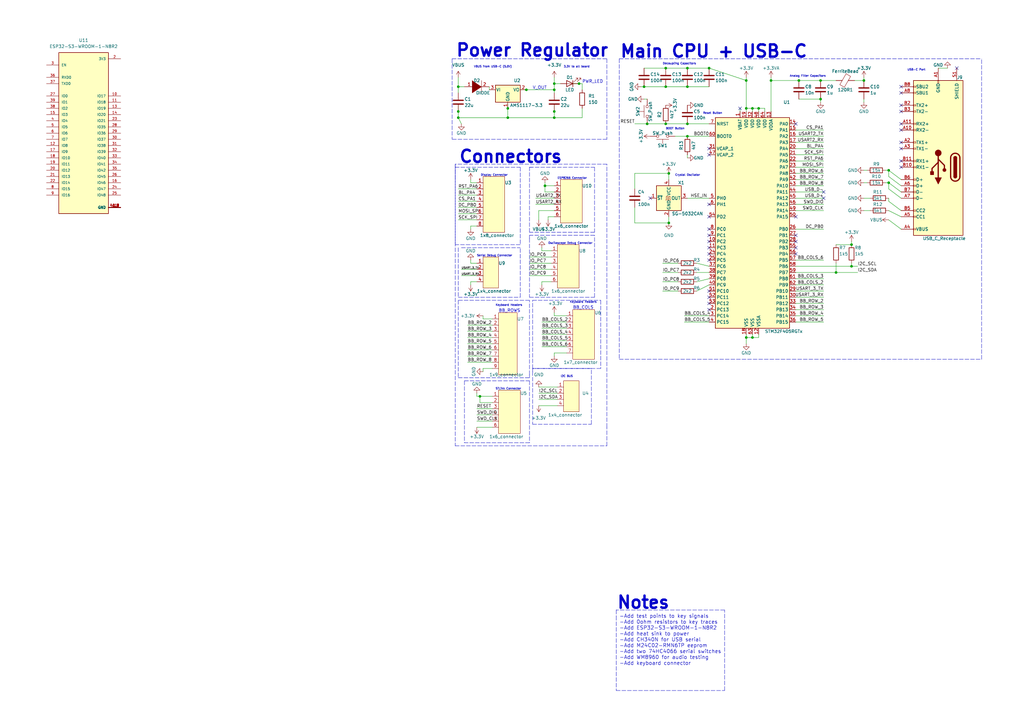
<source format=kicad_sch>
(kicad_sch (version 20211123) (generator eeschema)
  (paper "A3")
  (title_block (title "Finn Berg - EV1") (date "2023-02-08") (company "Cisco Systems"))
  (junction (at 306.07 44.45))
  (junction (at 354.33 33.02))
  (junction (at 215.9 36.83))
  (junction (at 336.55 33.02))
  (junction (at 187.96 45.72))
  (junction (at 227.33 45.72))
  (junction (at 227.33 34.29))
  (junction (at 316.23 33.02))
  (junction (at 342.9 111.76))
  (junction (at 308.61 44.45))
  (junction (at 187.96 35.56))
  (junction (at 364.49 69.85))
  (junction (at 281.94 55.88))
  (junction (at 237.49 34.29))
  (junction (at 349.25 100.33))
  (junction (at 273.05 50.8))
  (junction (at 349.25 109.22))
  (junction (at 281.94 35.56))
  (junction (at 290.83 27.94))
  (junction (at 308.61 138.43))
  (junction (at 281.94 50.8))
  (junction (at 274.32 71.12))
  (junction (at 273.05 35.56))
  (junction (at 364.49 74.93))
  (junction (at 306.07 138.43))
  (junction (at 265.43 50.8))
  (junction (at 196.85 162.56))
  (junction (at 227.33 48.26))
  (junction (at 311.15 44.45))
  (junction (at 227.33 36.83))
  (junction (at 187.96 48.26))
  (junction (at 223.52 76.2))
  (junction (at 208.28 44.45))
  (junction (at 274.32 91.44))
  (junction (at 273.05 27.94))
  (junction (at 208.28 48.26))
  (junction (at 281.94 27.94))
  (junction (at 264.16 35.56))
  (junction (at 306.07 33.02))
  (junction (at 327.66 33.02))
  (junction (at 336.55 40.64))
  (no_connect (at 290.83 101.6))
  (no_connect (at 369.57 68.58))
  (no_connect (at 326.39 50.8))
  (no_connect (at 369.57 45.72))
  (no_connect (at 303.53 44.45))
  (no_connect (at 290.83 88.9))
  (no_connect (at 369.57 66.04))
  (no_connect (at 290.83 60.96))
  (no_connect (at 392.43 27.94))
  (no_connect (at 290.83 83.82))
  (no_connect (at 290.83 93.98))
  (no_connect (at 290.83 124.46))
  (no_connect (at 369.57 53.34))
  (no_connect (at 290.83 106.68))
  (no_connect (at 290.83 99.06))
  (no_connect (at 290.83 121.92))
  (no_connect (at 337.82 78.74))
  (no_connect (at 369.57 43.18))
  (no_connect (at 290.83 127))
  (no_connect (at 326.39 96.52))
  (no_connect (at 290.83 63.5))
  (no_connect (at 369.57 50.8))
  (no_connect (at 326.39 104.14))
  (no_connect (at 290.83 96.52))
  (no_connect (at 369.57 58.42))
  (no_connect (at 266.7 81.28))
  (no_connect (at 290.83 104.14))
  (no_connect (at 337.82 81.28))
  (no_connect (at 369.57 35.56))
  (no_connect (at 326.39 88.9))
  (no_connect (at 369.57 60.96))
  (no_connect (at 326.39 99.06))
  (no_connect (at 290.83 119.38))
  (no_connect (at 326.39 101.6))
  (no_connect (at 369.57 38.1))
  (polyline (pts (xy 243.84 121.92) (xy 243.84 96.52)))
  (wire (pts (xy 271.78 111.76) (xy 278.13 111.76)))
  (wire (pts (xy 191.77 148.59) (xy 201.93 148.59)))
  (wire (pts (xy 191.77 138.43) (xy 201.93 138.43)))
  (polyline (pts (xy 242.57 173.99) (xy 242.57 151.13)))
  (wire (pts (xy 285.75 107.95) (xy 290.83 109.22)))
  (wire (pts (xy 316.23 31.75) (xy 316.23 33.02)))
  (wire (pts (xy 187.96 35.56) (xy 190.5 35.56)))
  (wire (pts (xy 227.33 34.29) (xy 227.33 36.83)))
  (polyline (pts (xy 190.5 156.21) (xy 217.17 156.21)))
  (wire (pts (xy 326.39 76.2) (xy 337.82 76.2)))
  (wire (pts (xy 196.85 165.1) (xy 196.85 162.56)))
  (wire (pts (xy 220.98 163.83) (xy 228.6 163.83)))
  (polyline (pts (xy 217.17 97.79) (xy 217.17 121.92)))
  (wire (pts (xy 364.49 86.36) (xy 369.57 88.9)))
  (wire (pts (xy 364.49 74.93) (xy 369.57 78.74)))
  (wire (pts (xy 227.33 36.83) (xy 227.33 38.1)))
  (wire (pts (xy 364.49 69.85) (xy 369.57 73.66)))
  (wire (pts (xy 285.75 119.38) (xy 290.83 116.84)))
  (wire (pts (xy 326.39 58.42) (xy 337.82 58.42)))
  (wire (pts (xy 195.58 172.72) (xy 201.93 172.72)))
  (polyline (pts (xy 213.36 68.58) (xy 213.36 100.33)))
  (wire (pts (xy 326.39 60.96) (xy 337.82 60.96)))
  (wire (pts (xy 195.58 167.64) (xy 201.93 167.64)))
  (wire (pts (xy 264.16 35.56) (xy 273.05 35.56)))
  (wire (pts (xy 191.77 135.89) (xy 201.93 135.89)))
  (wire (pts (xy 326.39 63.5) (xy 337.82 63.5)))
  (wire (pts (xy 326.39 55.88) (xy 337.82 55.88)))
  (wire (pts (xy 308.61 44.45) (xy 311.15 44.45)))
  (polyline (pts (xy 297.18 283.21) (xy 297.18 250.19)))
  (wire (pts (xy 388.62 27.94) (xy 384.81 27.94)))
  (wire (pts (xy 222.25 137.16) (xy 232.41 137.16)))
  (wire (pts (xy 196.85 162.56) (xy 195.58 162.56)))
  (wire (pts (xy 356.87 86.36) (xy 354.33 86.36)))
  (polyline (pts (xy 252.73 252.73) (xy 252.73 283.21)))
  (wire (pts (xy 222.25 101.6) (xy 222.25 102.87)))
  (wire (pts (xy 326.39 127) (xy 337.82 127)))
  (wire (pts (xy 306.07 44.45) (xy 306.07 45.72)))
  (wire (pts (xy 264.16 40.64) (xy 265.43 40.64)))
  (wire (pts (xy 326.39 71.12) (xy 337.82 71.12)))
  (wire (pts (xy 308.61 138.43) (xy 311.15 138.43)))
  (wire (pts (xy 306.07 33.02) (xy 306.07 44.45)))
  (wire (pts (xy 195.58 107.95) (xy 193.04 107.95)))
  (polyline (pts (xy 217.17 95.25) (xy 217.17 68.58)))
  (polyline (pts (xy 248.92 182.88) (xy 248.92 175.26)))
  (wire (pts (xy 226.06 115.57) (xy 222.25 115.57)))
  (wire (pts (xy 191.77 140.97) (xy 201.93 140.97)))
  (wire (pts (xy 281.94 81.28) (xy 290.83 81.28)))
  (wire (pts (xy 193.04 92.71) (xy 193.04 93.98)))
  (wire (pts (xy 354.33 40.64) (xy 354.33 41.91)))
  (wire (pts (xy 227.33 43.18) (xy 227.33 45.72)))
  (wire (pts (xy 274.32 71.12) (xy 274.32 73.66)))
  (wire (pts (xy 220.98 158.75) (xy 228.6 158.75)))
  (wire (pts (xy 222.25 115.57) (xy 222.25 116.84)))
  (wire (pts (xy 281.94 55.88) (xy 290.83 55.88)))
  (wire (pts (xy 232.41 129.54) (xy 227.33 129.54)))
  (wire (pts (xy 342.9 100.33) (xy 349.25 100.33)))
  (wire (pts (xy 260.35 50.8) (xy 265.43 50.8)))
  (polyline (pts (xy 187.96 123.19) (xy 187.96 154.94)))
  (wire (pts (xy 226.06 102.87) (xy 222.25 102.87)))
  (wire (pts (xy 326.39 86.36) (xy 337.82 86.36)))
  (wire (pts (xy 260.35 71.12) (xy 274.32 71.12)))
  (wire (pts (xy 234.95 34.29) (xy 237.49 34.29)))
  (wire (pts (xy 364.49 90.17) (xy 369.57 93.98)))
  (wire (pts (xy 260.35 85.09) (xy 260.35 91.44)))
  (wire (pts (xy 326.39 53.34) (xy 337.82 53.34)))
  (wire (pts (xy 198.12 129.54) (xy 198.12 130.81)))
  (polyline (pts (xy 218.44 151.13) (xy 218.44 152.4)))
  (wire (pts (xy 223.52 76.2) (xy 223.52 74.93)))
  (wire (pts (xy 217.17 107.95) (xy 226.06 107.95)))
  (wire (pts (xy 187.96 77.47) (xy 195.58 77.47)))
  (wire (pts (xy 326.39 66.04) (xy 337.82 66.04)))
  (wire (pts (xy 326.39 93.98) (xy 337.82 93.98)))
  (wire (pts (xy 327.66 40.64) (xy 336.55 40.64)))
  (polyline (pts (xy 254 24.13) (xy 402.59 24.13)))
  (polyline (pts (xy 254 147.32) (xy 402.59 147.32)))
  (wire (pts (xy 222.25 132.08) (xy 232.41 132.08)))
  (wire (pts (xy 306.07 138.43) (xy 306.07 140.97)))
  (wire (pts (xy 306.07 44.45) (xy 308.61 44.45)))
  (polyline (pts (xy 243.84 96.52) (xy 217.17 96.52)))
  (polyline (pts (xy 243.84 68.58) (xy 243.84 95.25)))
  (wire (pts (xy 326.39 111.76) (xy 342.9 111.76)))
  (polyline (pts (xy 213.36 121.92) (xy 213.36 101.6)))
  (polyline (pts (xy 246.38 151.13) (xy 218.44 151.13)))
  (wire (pts (xy 350.52 33.02) (xy 354.33 33.02)))
  (polyline (pts (xy 217.17 123.19) (xy 187.96 123.19)))
  (wire (pts (xy 201.93 165.1) (xy 196.85 165.1)))
  (wire (pts (xy 222.25 134.62) (xy 232.41 134.62)))
  (polyline (pts (xy 217.17 153.67) (xy 217.17 123.19)))
  (wire (pts (xy 187.96 35.56) (xy 187.96 38.1)))
  (wire (pts (xy 326.39 109.22) (xy 349.25 109.22)))
  (wire (pts (xy 326.39 114.3) (xy 337.82 114.3)))
  (wire (pts (xy 219.71 83.82) (xy 227.33 83.82)))
  (wire (pts (xy 369.57 81.28) (xy 364.49 77.47)))
  (wire (pts (xy 273.05 50.8) (xy 281.94 50.8)))
  (polyline (pts (xy 217.17 121.92) (xy 243.84 121.92)))
  (wire (pts (xy 285.75 111.76) (xy 290.83 111.76)))
  (wire (pts (xy 217.17 105.41) (xy 226.06 105.41)))
  (wire (pts (xy 189.23 110.49) (xy 195.58 110.49)))
  (polyline (pts (xy 242.57 151.13) (xy 218.44 151.13)))
  (polyline (pts (xy 217.17 153.67) (xy 217.17 154.94)))
  (wire (pts (xy 264.16 27.94) (xy 273.05 27.94)))
  (wire (pts (xy 271.78 107.95) (xy 278.13 107.95)))
  (wire (pts (xy 193.04 107.95) (xy 193.04 106.68)))
  (polyline (pts (xy 186.69 182.88) (xy 248.92 182.88)))
  (wire (pts (xy 264.16 35.56) (xy 262.89 35.56)))
  (wire (pts (xy 363.22 69.85) (xy 364.49 69.85)))
  (wire (pts (xy 227.33 76.2) (xy 223.52 76.2)))
  (wire (pts (xy 227.33 86.36) (xy 220.98 86.36)))
  (polyline (pts (xy 218.44 151.13) (xy 218.44 123.19)))
  (wire (pts (xy 354.33 81.28) (xy 356.87 81.28)))
  (wire (pts (xy 195.58 170.18) (xy 201.93 170.18)))
  (polyline (pts (xy 185.42 24.13) (xy 185.42 57.15)))
  (polyline (pts (xy 190.5 156.21) (xy 190.5 181.61)))
  (wire (pts (xy 326.39 129.54) (xy 337.82 129.54)))
  (wire (pts (xy 187.96 45.72) (xy 187.96 48.26)))
  (wire (pts (xy 260.35 91.44) (xy 274.32 91.44)))
  (wire (pts (xy 195.58 92.71) (xy 193.04 92.71)))
  (wire (pts (xy 224.79 88.9) (xy 224.79 90.17)))
  (wire (pts (xy 227.33 31.75) (xy 227.33 34.29)))
  (wire (pts (xy 326.39 116.84) (xy 337.82 116.84)))
  (wire (pts (xy 280.67 132.08) (xy 290.83 132.08)))
  (wire (pts (xy 238.76 34.29) (xy 238.76 36.83)))
  (polyline (pts (xy 186.69 68.58) (xy 186.69 100.33)))
  (wire (pts (xy 215.9 36.83) (xy 227.33 36.83)))
  (wire (pts (xy 326.39 121.92) (xy 337.82 121.92)))
  (wire (pts (xy 280.67 129.54) (xy 290.83 129.54)))
  (wire (pts (xy 369.57 86.36) (xy 364.49 82.55)))
  (wire (pts (xy 201.93 175.26) (xy 195.58 175.26)))
  (polyline (pts (xy 217.17 96.52) (xy 217.17 97.79)))
  (wire (pts (xy 191.77 146.05) (xy 201.93 146.05)))
  (wire (pts (xy 219.71 81.28) (xy 227.33 81.28)))
  (wire (pts (xy 306.07 138.43) (xy 308.61 138.43)))
  (wire (pts (xy 306.07 31.75) (xy 306.07 33.02)))
  (wire (pts (xy 271.78 115.57) (xy 278.13 115.57)))
  (wire (pts (xy 281.94 27.94) (xy 290.83 27.94)))
  (wire (pts (xy 290.83 27.94) (xy 306.07 33.02)))
  (wire (pts (xy 271.78 119.38) (xy 278.13 119.38)))
  (polyline (pts (xy 217.17 68.58) (xy 218.44 68.58)))
  (wire (pts (xy 274.32 88.9) (xy 274.32 91.44)))
  (wire (pts (xy 326.39 78.74) (xy 337.82 78.74)))
  (wire (pts (xy 326.39 124.46) (xy 337.82 124.46)))
  (wire (pts (xy 281.94 50.8) (xy 290.83 50.8)))
  (polyline (pts (xy 187.96 101.6) (xy 187.96 121.92)))
  (wire (pts (xy 217.17 110.49) (xy 226.06 110.49)))
  (polyline (pts (xy 243.84 95.25) (xy 217.17 95.25)))
  (wire (pts (xy 326.39 68.58) (xy 337.82 68.58)))
  (wire (pts (xy 227.33 88.9) (xy 224.79 88.9)))
  (wire (pts (xy 336.55 40.64) (xy 336.55 41.91)))
  (wire (pts (xy 265.43 50.8) (xy 273.05 50.8)))
  (wire (pts (xy 308.61 44.45) (xy 308.61 45.72)))
  (wire (pts (xy 281.94 64.77) (xy 281.94 63.5)))
  (wire (pts (xy 227.33 144.78) (xy 227.33 146.05)))
  (polyline (pts (xy 217.17 156.21) (xy 217.17 181.61)))
  (wire (pts (xy 316.23 33.02) (xy 316.23 45.72)))
  (wire (pts (xy 191.77 133.35) (xy 201.93 133.35)))
  (polyline (pts (xy 218.44 152.4) (xy 218.44 173.99)))
  (polyline (pts (xy 248.92 175.26) (xy 248.92 72.39)))
  (wire (pts (xy 198.12 151.13) (xy 198.12 152.4)))
  (polyline (pts (xy 217.17 68.58) (xy 243.84 68.58)))
  (wire (pts (xy 187.96 90.17) (xy 195.58 90.17)))
  (polyline (pts (xy 254 24.13) (xy 254 147.32)))
  (wire (pts (xy 213.36 36.83) (xy 215.9 36.83)))
  (polyline (pts (xy 218.44 173.99) (xy 242.57 173.99)))
  (wire (pts (xy 187.96 31.75) (xy 187.96 35.56)))
  (wire (pts (xy 326.39 106.68) (xy 337.82 106.68)))
  (wire (pts (xy 208.28 41.91) (xy 208.28 44.45)))
  (polyline (pts (xy 246.38 123.19) (xy 246.38 151.13)))
  (wire (pts (xy 238.76 44.45) (xy 238.76 48.26)))
  (wire (pts (xy 336.55 33.02) (xy 342.9 33.02)))
  (wire (pts (xy 364.49 77.47) (xy 364.49 74.93)))
  (wire (pts (xy 189.23 113.03) (xy 195.58 113.03)))
  (wire (pts (xy 227.33 128.27) (xy 227.33 129.54)))
  (wire (pts (xy 220.98 86.36) (xy 220.98 90.17)))
  (polyline (pts (xy 402.59 147.32) (xy 402.59 24.13)))
  (polyline (pts (xy 252.73 283.21) (xy 297.18 283.21)))
  (wire (pts (xy 354.33 69.85) (xy 355.6 69.85)))
  (wire (pts (xy 195.58 161.29) (xy 195.58 162.56)))
  (wire (pts (xy 227.33 48.26) (xy 238.76 48.26)))
  (wire (pts (xy 193.04 73.66) (xy 193.04 74.93)))
  (wire (pts (xy 354.33 31.75) (xy 354.33 33.02)))
  (wire (pts (xy 326.39 132.08) (xy 337.82 132.08)))
  (polyline (pts (xy 252.73 250.19) (xy 252.73 252.73)))
  (wire (pts (xy 227.33 34.29) (xy 229.87 34.29)))
  (wire (pts (xy 326.39 119.38) (xy 337.82 119.38)))
  (wire (pts (xy 187.96 85.09) (xy 195.58 85.09)))
  (wire (pts (xy 191.77 143.51) (xy 201.93 143.51)))
  (wire (pts (xy 273.05 35.56) (xy 281.94 35.56)))
  (polyline (pts (xy 213.36 100.33) (xy 186.69 100.33)))
  (wire (pts (xy 311.15 44.45) (xy 311.15 45.72)))
  (wire (pts (xy 308.61 137.16) (xy 308.61 138.43)))
  (wire (pts (xy 273.05 27.94) (xy 281.94 27.94)))
  (polyline (pts (xy 186.69 68.58) (xy 213.36 68.58)))
  (polyline (pts (xy 185.42 24.13) (xy 248.92 24.13)))
  (wire (pts (xy 201.93 130.81) (xy 198.12 130.81)))
  (wire (pts (xy 220.98 166.37) (xy 228.6 166.37)))
  (wire (pts (xy 342.9 111.76) (xy 351.79 111.76)))
  (wire (pts (xy 349.25 109.22) (xy 351.79 109.22)))
  (wire (pts (xy 187.96 43.18) (xy 187.96 45.72)))
  (wire (pts (xy 364.49 82.55) (xy 364.49 81.28)))
  (polyline (pts (xy 252.73 250.19) (xy 252.73 250.19)))
  (wire (pts (xy 237.49 34.29) (xy 238.76 34.29)))
  (wire (pts (xy 227.33 45.72) (xy 227.33 48.26)))
  (wire (pts (xy 354.33 74.93) (xy 355.6 74.93)))
  (wire (pts (xy 195.58 74.93) (xy 193.04 74.93)))
  (polyline (pts (xy 187.96 121.92) (xy 213.36 121.92)))
  (wire (pts (xy 281.94 35.56) (xy 290.83 35.56)))
  (wire (pts (xy 369.57 76.2) (xy 364.49 72.39)))
  (wire (pts (xy 187.96 80.01) (xy 195.58 80.01)))
  (wire (pts (xy 195.58 115.57) (xy 193.04 115.57)))
  (polyline (pts (xy 186.69 67.31) (xy 186.69 182.88)))
  (wire (pts (xy 311.15 44.45) (xy 313.69 44.45)))
  (wire (pts (xy 303.53 45.72) (xy 303.53 44.45)))
  (wire (pts (xy 208.28 48.26) (xy 187.96 48.26)))
  (wire (pts (xy 220.98 161.29) (xy 228.6 161.29)))
  (wire (pts (xy 222.25 142.24) (xy 232.41 142.24)))
  (polyline (pts (xy 248.92 24.13) (xy 248.92 57.15)))
  (wire (pts (xy 193.04 115.57) (xy 193.04 116.84)))
  (polyline (pts (xy 217.17 181.61) (xy 190.5 181.61)))
  (wire (pts (xy 364.49 72.39) (xy 364.49 69.85)))
  (wire (pts (xy 363.22 74.93) (xy 364.49 74.93)))
  (polyline (pts (xy 248.92 67.31) (xy 186.69 67.31)))
  (wire (pts (xy 260.35 77.47) (xy 260.35 71.12)))
  (wire (pts (xy 232.41 144.78) (xy 227.33 144.78)))
  (wire (pts (xy 313.69 44.45) (xy 313.69 45.72)))
  (wire (pts (xy 276.86 55.88) (xy 281.94 55.88)))
  (wire (pts (xy 217.17 113.03) (xy 226.06 113.03)))
  (polyline (pts (xy 187.96 154.94) (xy 217.17 154.94)))
  (wire (pts (xy 342.9 107.95) (xy 342.9 111.76)))
  (polyline (pts (xy 189.23 101.6) (xy 213.36 101.6)))
  (polyline (pts (xy 297.18 250.19) (xy 252.73 250.19)))
  (polyline (pts (xy 248.92 57.15) (xy 185.42 57.15)))
  (wire (pts (xy 311.15 137.16) (xy 311.15 138.43)))
  (wire (pts (xy 222.25 139.7) (xy 232.41 139.7)))
  (wire (pts (xy 326.39 81.28) (xy 337.82 81.28)))
  (wire (pts (xy 326.39 73.66) (xy 337.82 73.66)))
  (polyline (pts (xy 248.92 72.39) (xy 248.92 67.31)))
  (wire (pts (xy 223.52 78.74) (xy 223.52 76.2)))
  (polyline (pts (xy 186.69 67.31) (xy 186.69 73.66)))
  (wire (pts (xy 201.93 151.13) (xy 198.12 151.13)))
  (wire (pts (xy 208.28 44.45) (xy 208.28 48.26)))
  (wire (pts (xy 187.96 87.63) (xy 195.58 87.63)))
  (wire (pts (xy 349.25 107.95) (xy 349.25 109.22)))
  (wire (pts (xy 200.66 35.56) (xy 200.66 36.83)))
  (wire (pts (xy 327.66 33.02) (xy 336.55 33.02)))
  (wire (pts (xy 187.96 82.55) (xy 195.58 82.55)))
  (wire (pts (xy 316.23 33.02) (xy 327.66 33.02)))
  (wire (pts (xy 349.25 99.06) (xy 349.25 100.33)))
  (wire (pts (xy 227.33 78.74) (xy 223.52 78.74)))
  (wire (pts (xy 306.07 137.16) (xy 306.07 138.43)))
  (wire (pts (xy 187.96 48.26) (xy 189.23 50.8)))
  (polyline (pts (xy 218.44 123.19) (xy 246.38 123.19)))
  (wire (pts (xy 285.75 115.57) (xy 290.83 114.3)))
  (wire (pts (xy 201.93 162.56) (xy 196.85 162.56)))
  (wire (pts (xy 208.28 48.26) (xy 227.33 48.26)))
  (wire (pts (xy 326.39 83.82) (xy 337.82 83.82)))
  (text "Notes" (at 252.73 250.19 0) (effects (font (size 5 5) (thickness 1) bold) (justify left bottom)))
  (text "Osciloscope Debug Connector" (at 224.79 100.33 0) (effects (font (size 0.8 0.8)) (justify left bottom)))
  (text "BOOT Button\n\n" (at 273.05 54.61 0) (effects (font (size 0.8 0.8)) (justify left bottom)))
  (text "STLink Connector" (at 203.2 160.02 0) (effects (font (size 0.8 0.8)) (justify left bottom)))
  (text "-Add test points to key signals\n-Add 0ohm resistors to key traces\n-Add ESP32-S3-WROOM-1-N8R2\n-Add heat sink to power\n-Add CH340N for USB serial\n-Add M24C02-RMN6TP eeprom\n-Add two 74HC4066 serial switches\n-Add WM8960 for audio testing\n-Add keyboard connector" (at 254 273.05 0) (effects (font (size 1.5 1.5)) (justify left bottom)))
  (text "Power Regulator\n\n" (at 186.69 31.75 0) (effects (font (size 5 5) (thickness 1) bold) (justify left bottom)))
  (text "V_OUT" (at 218.44 36.83 0) (effects (font (size 1.27 1.27)) (justify left bottom)))
  (text "BB_ROWS\n" (at 204.47 128.27 0) (effects (font (size 1.27 1.27)) (justify left bottom)))
  (text "Display Connector" (at 208.28 72.39 180) (effects (font (size 0.8 0.8)) (justify right bottom)))
  (text "Main CPU + USB-C" (at 254 24.13 0) (effects (font (size 5 5) (thickness 1) bold) (justify left bottom)))
  (text "BB_COLS\n" (at 234.95 127 0) (effects (font (size 1.27 1.27)) (justify left bottom)))
  (text "PWR_LED" (at 238.76 34.29 0) (effects (font (size 1.27 1.27)) (justify left bottom)))
  (text "Keyboard Headers" (at 203.2 125.73 0) (effects (font (size 0.8 0.8)) (justify left bottom)))
  (text "Decoupling Capacitors" (at 271.78 26.67 0) (effects (font (size 0.8 0.8)) (justify left bottom)))
  (text "Reset Button" (at 288.29 46.99 0) (effects (font (size 0.8 0.8)) (justify left bottom)))
  (text "Serial Debug Connector" (at 195.58 105.41 0) (effects (font (size 0.8 0.8)) (justify left bottom)))
  (text "VBUS from USB-C (5.0V)" (at 194.31 27.94 0) (effects (font (size 0.8 0.8)) (justify left bottom)))
  (text "Keyboard Headers" (at 233.68 124.46 0) (effects (font (size 0.8 0.8)) (justify left bottom)))
  (text "Connectors" (at 187.96 67.31 0) (effects (font (size 5 5) bold) (justify left bottom)))
  (text "3.3V to all board" (at 231.14 27.94 0) (effects (font (size 0.8 0.8)) (justify left bottom)))
  (text "Analog Filter Capacitors" (at 323.85 31.75 0) (effects (font (size 0.8 0.8)) (justify left bottom)))
  (text "I2C BUS" (at 229.87 154.94 0) (effects (font (size 0.8 0.8)) (justify left bottom)))
  (text "Crystal Oscilator" (at 276.86 72.39 0) (effects (font (size 0.8 0.8)) (justify left bottom)))
  (text "ESP8266 Connector" (at 228.6 73.66 0) (effects (font (size 0.8 0.8)) (justify left bottom)))
  (text "USB-C Port" (at 372.11 29.21 0) (effects (font (size 0.8 0.8)) (justify left bottom)))
  (label "BB_ROW_4" (at 337.82 129.54 180))
  (label "BB_ROW_5" (at 191.77 140.97 0))
  (label "BB_ROW_8" (at 191.77 148.59 0))
  (label "BB_ROW_2" (at 191.77 133.35 0))
  (label "BB_ROW_7" (at 337.82 73.66 180))
  (label "BB_COLS_6" (at 337.82 106.68 180))
  (label "SCK_SPI" (at 337.82 63.5 180))
  (label "IO_PC6" (at 271.78 107.95 0))
  (label "USART2_RX" (at 219.71 83.82 0))
  (label "SWD_CLK" (at 337.82 86.36 180))
  (label "HSE_IN" (at 283.21 81.28 0))
  (label "MOSI_SPI" (at 337.82 68.58 180))
  (label "USART_3_RX" (at 337.82 121.92 180))
  (label "RST_PA6" (at 337.82 66.04 180))
  (label "RST_PA6" (at 187.96 77.47 0))
  (label "BB_COLS_3" (at 222.25 134.62 0))
  (label "BOOT0" (at 284.48 55.88 0))
  (label "IO_PC9" (at 271.78 119.38 0))
  (label "CS_PA1" (at 337.82 53.34 180))
  (label "USART_3_TX" (at 189.23 110.49 0) (effects (font (size 0.8 0.8))))
  (label "BB_ROW_3" (at 191.77 135.89 0))
  (label "DC_PB0" (at 187.96 85.09 0))
  (label "BB_COLS_3" (at 337.82 114.3 180))
  (label "MOSI_SPI" (at 187.96 87.63 0))
  (label "IO_PC8" (at 271.78 115.57 0))
  (label "USART2_TX" (at 337.82 55.88 180))
  (label "BB_ROW_2" (at 337.82 124.46 180))
  (label "USART_3_RX" (at 189.23 113.03 0) (effects (font (size 0.8 0.8))))
  (label "BB_COLS_5" (at 280.67 132.08 0))
  (label "BB_ROW_5" (at 337.82 132.08 180))
  (label "BL_PA4" (at 337.82 60.96 180))
  (label "BB_COLS_2" (at 337.82 116.84 180))
  (label "IO_PC7" (at 217.17 107.95 0))
  (label "I2C_SDA" (at 351.79 111.76 0))
  (label "BB_ROW_7" (at 191.77 146.05 0))
  (label "SWD_DIO" (at 195.58 170.18 0))
  (label "I2C_SCL" (at 351.79 109.22 0))
  (label "SWD_CLK" (at 195.58 172.72 0))
  (label "RESET" (at 260.35 50.8 180))
  (label "I2C_SDA" (at 220.98 163.83 0))
  (label "BB_COLS_6" (at 222.25 142.24 0))
  (label "SCK_SPI" (at 187.96 90.17 0))
  (label "BB_ROW_4" (at 191.77 138.43 0))
  (label "IO_PC9" (at 217.17 113.03 0))
  (label "BB_COLS_4" (at 280.67 129.54 0))
  (label "USART_3_TX" (at 337.82 119.38 180))
  (label "BB_COLS_5" (at 222.25 139.7 0))
  (label "BB_COLS_2" (at 222.25 132.08 0))
  (label "IO_PC6" (at 217.17 105.41 0))
  (label "SWD_DIO" (at 337.82 83.82 180))
  (label "BB_ROW_6" (at 337.82 71.12 180))
  (label "BB_ROW_6" (at 191.77 143.51 0))
  (label "IO_PC7" (at 271.78 111.76 0))
  (label "BB_ROW_3" (at 337.82 127 180))
  (label "USB_D+" (at 337.82 81.28 180))
  (label "I2C_SCL" (at 220.98 161.29 0))
  (label "BB_COLS_4" (at 222.25 137.16 0))
  (label "BL_PA4" (at 187.96 80.01 0))
  (label "USART2_RX" (at 337.82 58.42 180))
  (label "USART2_TX" (at 219.71 81.28 0))
  (label "IO_PC8" (at 217.17 110.49 0))
  (label "BB_ROW_8" (at 337.82 76.2 180))
  (label "DC_PB0" (at 337.82 93.98 180))
  (label "USB_D-" (at 337.82 78.74 180))
  (label "RESET" (at 195.58 167.64 0))
  (label "CS_PA1" (at 187.96 82.55 0))
  (symbol (lib_id "connector_library:1x9_connector") (at 204.47 153.67 0) (unit 1)
    (property "Reference" "U7" (at 212.09 130.81 0) (effects (justify left)))
    (property "Value" "1x9_connector" (at 200.66 153.67 0) (effects (justify left)))
    (property "Footprint" "1x4 pin download:1x9_connector" (effects hide))
  )
  (symbol (lib_id "power:VBUS") (at 187.96 31.75 0) (unit 1)
    (property "Reference" "#PWR0126" (effects hide))
    (property "Value" "VBUS" (at 187.96 26.67 0))
  )
  (symbol (lib_id "power:VBUS") (at 220.98 90.17 180) (unit 1)
    (property "Reference" "#PWR022" (effects hide))
    (property "Value" "VBUS" (at 220.98 93.98 0))
  )
  (symbol (lib_id "Switch:SW_Push") (at 265.43 45.72 90) (mirror x) (unit 1)
    (property "Reference" "SW2" (at 261.62 45.72 0))
    (property "Value" "SW_Push" (at 266.7 45.72 0))
    (property "Footprint" "Button_Switch_SMD:SW_DIP_SPSTx01_Slide_6.7x4.1mm_W6.73mm_P2.54mm_LowProfile_JPin" (effects hide))
  )
  (symbol (lib_id "power:GND") (at 189.23 50.8 0) (unit 1)
    (property "Reference" "#PWR0125" (effects hide))
    (property "Value" "GND" (at 189.23 54.61 0))
  )
  (symbol (lib_id "connector_library:1x4_connector") (at 198.12 118.11 0) (unit 1)
    (property "Reference" "U9" (at 204.47 107.95 0) (effects (justify left)))
    (property "Value" "1x4_connector" (at 195.58 119.38 0) (effects (justify left)))
    (property "Footprint" "1x4 pin download:1x4_connector" (effects hide))
  )
  (symbol (lib_id "power:+3.3V") (at 195.58 175.26 180) (unit 1)
    (property "Reference" "#PWR015" (effects hide))
    (property "Value" "+3.3V" (at 195.58 179.07 0))
  )
  (symbol (lib_id "power:GND") (at 354.33 41.91 0) (unit 1)
    (property "Reference" "#PWR0101" (effects hide))
    (property "Value" "GND" (at 354.33 45.72 0))
  )
  (symbol (lib_id "power:+3.3V") (at 193.04 116.84 180) (unit 1)
    (property "Reference" "#PWR02" (effects hide))
    (property "Value" "+3.3V" (at 193.04 120.65 0))
  )
  (symbol (lib_id "Connector:USB_C_Receptacle") (at 384.81 68.58 180) (unit 1)
    (property "Reference" "J9" (at 392.43 31.75 0) (effects (justify right)))
    (property "Value" "USB_C_Receptacle" (at 378.46 97.79 0) (effects (justify right)))
    (property "Footprint" "Connector_USB:USB_C_Receptacle_HRO_TYPE-C-31-M-12" (effects hide))
    (property "Datasheet" "https://www.usb.org/sites/default/files/documents/usb_type-c.zip" (effects hide))
  )
  (symbol (lib_id "power:GND") (at 354.33 81.28 270) (unit 1)
    (property "Reference" "#PWR05" (effects hide))
    (property "Value" "GND" (at 351.79 81.28 90) (effects (justify right)))
  )
  (symbol (lib_id "Device:C") (at 281.94 31.75 0) (unit 1)
    (property "Reference" "C12" (at 284.48 30.48 0) (effects (justify left)))
    (property "Value" "100n" (at 284.48 33.02 0) (effects (justify left)))
    (property "Footprint" "Capacitor_SMD:C_0805_2012Metric" (effects hide))
  )
  (symbol (lib_id "Device:C") (at 354.33 36.83 0) (unit 1)
    (property "Reference" "C10" (at 356.87 35.56 0) (effects (justify left)))
    (property "Value" "1u" (at 356.87 38.1 0) (effects (justify left)))
    (property "Footprint" "Capacitor_SMD:C_0805_2012Metric" (effects hide))
  )
  (symbol (lib_id "connector_library:1x8_connector") (at 198.12 95.25 0) (unit 1)
    (property "Reference" "U3" (at 207.01 74.93 0) (effects (justify left)))
    (property "Value" "1x8_connector" (at 196.85 96.52 0) (effects (justify left)))
    (property "Footprint" "1x4 pin download:1X8_CONNECTOR" (effects hide))
  )
  (symbol (lib_id "Oscillator:SG-5032CAN") (at 274.32 81.28 0) (unit 1)
    (property "Reference" "X1" (at 279.4 74.93 0))
    (property "Value" "SG-5032CAN" (at 281.94 87.63 0))
    (property "Footprint" "Oscillator:Oscillator_SMD_SeikoEpson_SG8002LB-4Pin_5.0x3.2mm" (effects hide))
    (property "Datasheet" "https://support.epson.biz/td/api/doc_check.php?dl=brief_SG5032CAN&lang=en" (effects hide))
  )
  (symbol (lib_id "Device:R") (at 349.25 104.14 0) (unit 1)
    (property "Reference" "R8" (at 350.52 101.6 0) (effects (justify left)))
    (property "Value" "1k5" (at 350.52 104.14 0) (effects (justify left)))
    (property "Footprint" "Resistor_SMD:R_0805_2012Metric" (effects hide))
  )
  (symbol (lib_id "power:GND") (at 354.33 69.85 270) (unit 1)
    (property "Reference" "#PWR0133" (effects hide))
    (property "Value" "GND" (at 351.79 69.85 90) (effects (justify right)))
  )
  (symbol (lib_id "Device:R") (at 281.94 107.95 90) (unit 1)
    (property "Reference" "R3" (at 285.75 106.68 90))
    (property "Value" "2k2" (at 281.94 107.95 90))
    (property "Footprint" "Resistor_SMD:R_0805_2012Metric" (effects hide))
  )
  (symbol (lib_id "MCU_ST_STM32F4:STM32F405RGTx") (at 308.61 91.44 0) (unit 1)
    (property "Reference" "U1" (at 321.31 41.91 0) (effects (justify left)))
    (property "Value" "STM32F405RGTx" (at 313.69 135.89 0) (effects (justify left)))
    (property "Footprint" "Package_QFP:LQFP-64_10x10mm_P0.5mm" (effects hide))
    (property "Datasheet" "http://www.st.com/st-web-ui/static/active/en/resource/technical/document/datasheet/DM00037051.pdf" (effects hide))
  )
  (symbol (lib_id "power:GND") (at 220.98 158.75 180) (unit 1)
    (property "Reference" "#PWR0108" (effects hide))
    (property "Value" "GND" (at 220.98 153.67 0))
  )
  (symbol (lib_id "Switch:SW_Push") (at 271.78 55.88 0) (mirror x) (unit 1)
    (property "Reference" "SW1" (at 271.78 59.69 0))
    (property "Value" "SW_Push" (at 271.78 54.61 0))
    (property "Footprint" "Button_Switch_SMD:SW_DIP_SPSTx01_Slide_6.7x4.1mm_W6.73mm_P2.54mm_LowProfile_JPin" (effects hide))
  )
  (symbol (lib_id "Device:R") (at 238.76 40.64 180) (unit 1)
    (property "Reference" "R1" (at 241.3 39.3699 0) (effects (justify right)))
    (property "Value" "150" (at 241.3 41.9099 0) (effects (justify right)))
    (property "Footprint" "Resistor_SMD:R_0805_2012Metric" (effects hide))
  )
  (symbol (lib_id "Device:R") (at 273.05 46.99 180) (unit 1)
    (property "Reference" "R2" (at 270.51 46.99 90))
    (property "Value" "4k7" (at 275.59 46.99 90))
    (property "Footprint" "Resistor_SMD:R_0805_2012Metric" (effects hide))
  )
  (symbol (lib_id "Device:R") (at 360.68 81.28 90) (unit 1)
    (property "Reference" "R11" (at 361.95 78.74 90) (effects (justify left)))
    (property "Value" "5k1" (at 361.95 81.28 90) (effects (justify left)))
    (property "Footprint" "Resistor_SMD:R_0805_2012Metric" (effects hide))
  )
  (symbol (lib_id "Device:R") (at 281.94 111.76 90) (unit 1)
    (property "Reference" "R4" (at 285.75 110.49 90))
    (property "Value" "2k2" (at 281.94 111.76 90))
    (property "Footprint" "Resistor_SMD:R_0805_2012Metric" (effects hide))
  )
  (symbol (lib_id "power:GND") (at 281.94 64.77 90) (unit 1)
    (property "Reference" "#PWR011" (effects hide))
    (property "Value" "GND" (at 284.48 64.77 90) (effects (justify right)))
  )
  (symbol (lib_id "power:+3.3V") (at 274.32 71.12 0) (unit 1)
    (property "Reference" "#PWR012" (effects hide))
    (property "Value" "+3.3V" (at 274.32 67.31 0))
  )
  (symbol (lib_id "power:GND") (at 262.89 35.56 270) (unit 1)
    (property "Reference" "#PWR0111" (effects hide))
    (property "Value" "GND" (at 259.08 35.56 0))
  )
  (symbol (lib_id "Device:R") (at 359.41 74.93 90) (unit 1)
    (property "Reference" "R10" (at 359.41 72.39 90))
    (property "Value" "15k" (at 359.41 74.93 90))
    (property "Footprint" "Resistor_SMD:R_0805_2012Metric" (effects hide))
  )
  (symbol (lib_id "Device:LED") (at 233.68 34.29 180) (unit 1)
    (property "Reference" "D1" (at 233.68 31.75 0))
    (property "Value" "LED" (at 233.68 36.83 0))
    (property "Footprint" "LED_SMD:LED_0805_2012Metric" (effects hide))
  )
  (symbol (lib_id "power:VBUS") (at 364.49 90.17 90) (unit 1)
    (property "Reference" "#PWR0103" (effects hide))
    (property "Value" "VBUS" (at 361.95 90.17 90) (effects (justify left)))
  )
  (symbol (lib_id "Device:R") (at 359.41 69.85 90) (unit 1)
    (property "Reference" "R9" (at 359.41 67.31 90))
    (property "Value" "15k" (at 359.41 69.85 90))
    (property "Footprint" "Resistor_SMD:R_0805_2012Metric" (effects hide))
  )
  (symbol (lib_id "power:GND") (at 198.12 152.4 270) (unit 1)
    (property "Reference" "#PWR016" (effects hide))
    (property "Value" "GND" (at 194.31 152.4 0))
  )
  (symbol (lib_id "ESP32-S3-WROOM-1-N8R2:ESP32-S3-WROOM-1-N8R2") (at 34.29 54.61 0) (unit 1)
    (property "Reference" "U11" (at 34.29 16.51 0))
    (property "Value" "ESP32-S3-WROOM-1-N8R2" (at 34.29 19.05 0))
    (property "Footprint" "ESP32-S3-WROOM-1-N8R2:ESP32-S3-WROOM-1-N8R2" (effects hide))
    (property "MF" "Espressif Systems" (effects hide))
    (property "Purchase-URL" "https://pricing.snapeda.com/search/part/ESP32-S3-WROOM-1-N8R2/?ref=eda" (effects hide))
    (property "Description" "\\nWiFi 802.11a/b/g/n, Bluetooth v5.0 Transceiver Module 2.4GHz Antenna Not Included -\\n" (effects hide))
    (property "Price" "None" (effects hide))
    (property "MP" "ESP32-S3-WROOM-1-N8R2" (effects hide))
    (property "Availability" "In Stock" (effects hide))
    (property "Package" "- Espressif Systems" (effects hide))
  )
  (symbol (lib_id "power:GND") (at 264.16 40.64 270) (unit 1)
    (property "Reference" "#PWR07" (effects hide))
    (property "Value" "GND" (at 261.62 40.64 90) (effects (justify right)))
  )
  (symbol (lib_id "power:+3.3V") (at 224.79 90.17 180) (unit 1)
    (property "Reference" "#PWR024" (effects hide))
    (property "Value" "+3.3V" (at 224.79 93.98 0))
  )
  (symbol (lib_id "power:GND") (at 227.33 146.05 0) (unit 1)
    (property "Reference" "#PWR020" (effects hide))
    (property "Value" "GND" (at 227.33 149.86 0))
  )
  (symbol (lib_id "power:+3.3V") (at 227.33 31.75 0) (unit 1)
    (property "Reference" "#PWR0127" (effects hide))
    (property "Value" "+3.3V" (at 227.33 26.67 0))
  )
  (symbol (lib_id "connector_library:1x6_connector") (at 228.6 118.11 0) (unit 1)
    (property "Reference" "U8" (at 237.49 102.87 0) (effects (justify left)))
    (property "Value" "1x6_connector" (at 226.06 119.38 0) (effects (justify left)))
    (property "Footprint" "1x4 pin download:1x6_connector" (effects hide))
  )
  (symbol (lib_id "power:+3.3V") (at 306.07 31.75 0) (unit 1)
    (property "Reference" "#PWR0118" (effects hide))
    (property "Value" "+3.3V" (at 306.07 27.94 0))
  )
  (symbol (lib_id "Device:FerriteBead") (at 346.71 33.02 90) (unit 1)
    (property "Reference" "120R1" (at 346.71 36.83 90))
    (property "Value" "FerriteBead" (at 346.71 29.21 90))
    (property "Footprint" "Inductor_SMD:L_0805_2012Metric" (effects hide))
  )
  (symbol (lib_id "Device:R") (at 360.68 86.36 90) (unit 1)
    (property "Reference" "R12" (at 361.95 83.82 90) (effects (justify left)))
    (property "Value" "5k1" (at 361.95 86.36 90) (effects (justify left)))
    (property "Footprint" "Resistor_SMD:R_0805_2012Metric" (effects hide))
  )
  (symbol (lib_id "Device:C") (at 327.66 36.83 0) (unit 1)
    (property "Reference" "C8" (at 330.2 35.56 0) (effects (justify left)))
    (property "Value" "10n" (at 330.2 38.1 0) (effects (justify left)))
    (property "Footprint" "Capacitor_SMD:C_0805_2012Metric" (effects hide))
  )
  (symbol (lib_id "connector_library:1x7_connector") (at 234.95 147.32 0) (unit 1)
    (property "Reference" "U6" (at 243.84 128.27 0) (effects (justify left)))
    (property "Value" "1x7_connector" (at 231.14 148.59 0) (effects (justify left)))
    (property "Footprint" "1x4 pin download:1x7_connector" (effects hide))
  )
  (symbol (lib_id "power:GND") (at 222.25 101.6 180) (unit 1)
    (property "Reference" "#PWR018" (effects hide))
    (property "Value" "GND" (at 222.25 97.79 0))
  )
  (symbol (lib_id "power:GND") (at 354.33 86.36 270) (unit 1)
    (property "Reference" "#PWR06" (effects hide))
    (property "Value" "GND" (at 351.79 86.36 90) (effects (justify right)))
  )
  (symbol (lib_id "pspice:DIODE") (at 195.58 35.56 0) (unit 1)
    (property "Reference" "D2" (at 195.58 33.02 0))
    (property "Value" "DIODE" (at 198.12 38.1 0))
    (property "Footprint" "Diode_SMD:D_0805_2012Metric" (effects hide))
  )
  (symbol (lib_id "Device:R") (at 342.9 104.14 0) (unit 1)
    (property "Reference" "R7" (at 344.17 101.6 0) (effects (justify left)))
    (property "Value" "1k5" (at 344.17 104.14 0) (effects (justify left)))
    (property "Footprint" "Resistor_SMD:R_0805_2012Metric" (effects hide))
  )
  (symbol (lib_id "power:GND") (at 274.32 91.44 0) (unit 1)
    (property "Reference" "#PWR013" (effects hide))
    (property "Value" "GND" (at 274.32 96.52 0))
  )
  (symbol (lib_id "connector_library:1x4_connector") (at 231.14 168.91 0) (unit 1)
    (property "Reference" "U4" (at 238.76 161.2899 0) (effects (justify left)))
    (property "Value" "1x4_connector" (at 224.79 170.18 0) (effects (justify left)))
    (property "Footprint" "1x4 pin download:1x4_connector" (effects hide))
  )
  (symbol (lib_id "Device:C") (at 290.83 31.75 0) (unit 1)
    (property "Reference" "C11" (at 293.37 30.48 0) (effects (justify left)))
    (property "Value" "100n" (at 293.37 33.02 0) (effects (justify left)))
    (property "Footprint" "Capacitor_SMD:C_0805_2012Metric" (effects hide))
  )
  (symbol (lib_id "power:+3.3V") (at 220.98 166.37 180) (unit 1)
    (property "Reference" "#PWR0110" (effects hide))
    (property "Value" "+3.3V" (at 220.98 171.45 0))
  )
  (symbol (lib_id "power:GND") (at 223.52 74.93 180) (unit 1)
    (property "Reference" "#PWR023" (effects hide))
    (property "Value" "GND" (at 223.52 71.12 0))
  )
  (symbol (lib_id "power:GND") (at 281.94 43.18 90) (unit 1)
    (property "Reference" "#PWR010" (effects hide))
    (property "Value" "GND" (at 284.48 43.18 90) (effects (justify right)))
  )
  (symbol (lib_id "power:+3.3VA") (at 316.23 31.75 0) (unit 1)
    (property "Reference" "#PWR0119" (effects hide))
    (property "Value" "+3.3VA" (at 316.23 27.94 0))
  )
  (symbol (lib_id "Device:C") (at 336.55 36.83 0) (unit 1)
    (property "Reference" "C9" (at 339.09 35.56 0) (effects (justify left)))
    (property "Value" "1u" (at 339.09 38.1 0) (effects (justify left)))
    (property "Footprint" "Capacitor_SMD:C_0805_2012Metric" (effects hide))
  )
  (symbol (lib_id "power:+3.3V") (at 227.33 128.27 0) (unit 1)
    (property "Reference" "#PWR0107" (effects hide))
    (property "Value" "+3.3V" (at 224.79 124.46 0) (effects (justify left)))
  )
  (symbol (lib_id "Device:R") (at 281.94 119.38 90) (unit 1)
    (property "Reference" "R6" (at 285.75 118.11 90))
    (property "Value" "2k2" (at 281.94 119.38 90))
    (property "Footprint" "Resistor_SMD:R_0805_2012Metric" (effects hide))
  )
  (symbol (lib_id "power:+3.3V") (at 354.33 31.75 0) (unit 1)
    (property "Reference" "#PWR0102" (effects hide))
    (property "Value" "+3.3V" (at 354.33 27.94 0))
  )
  (symbol (lib_id "power:+3.3V") (at 198.12 129.54 90) (unit 1)
    (property "Reference" "#PWR0106" (effects hide))
    (property "Value" "+3.3V" (at 191.77 129.54 90))
  )
  (symbol (lib_id "Device:C") (at 227.33 41.91 0) (unit 1)
    (property "Reference" "C2" (at 229.87 40.64 0) (effects (justify left)))
    (property "Value" "22u" (at 229.87 43.18 0) (effects (justify left)))
    (property "Footprint" "Capacitor_SMD:C_0805_2012Metric" (effects hide))
  )
  (symbol (lib_id "power:GND") (at 354.33 74.93 270) (unit 1)
    (property "Reference" "#PWR0132" (effects hide))
    (property "Value" "GND" (at 351.79 74.93 90) (effects (justify right)))
  )
  (symbol (lib_id "Regulator_Linear:AMS1117-3.3") (at 208.28 36.83 0) (unit 1)
    (property "Reference" "U2" (at 212.09 33.02 0))
    (property "Value" "AMS1117-3.3" (at 215.9 43.18 0))
    (property "Footprint" "Package_TO_SOT_SMD:SOT-223-3_TabPin2" (effects hide))
    (property "Datasheet" "http://www.advanced-monolithic.com/pdf/ds1117.pdf" (effects hide))
  )
  (symbol (lib_id "power:GND") (at 306.07 140.97 0) (unit 1)
    (property "Reference" "#PWR0113" (effects hide))
    (property "Value" "GND" (at 306.07 144.78 0))
  )
  (symbol (lib_id "Device:R") (at 281.94 115.57 90) (unit 1)
    (property "Reference" "R5" (at 285.75 114.3 90))
    (property "Value" "2k2" (at 281.94 115.57 90))
    (property "Footprint" "Resistor_SMD:R_0805_2012Metric" (effects hide))
  )
  (symbol (lib_id "power:GND") (at 388.62 27.94 180) (unit 1)
    (property "Reference" "#PWR0114" (effects hide))
    (property "Value" "GND" (at 384.81 26.67 0))
  )
  (symbol (lib_id "power:+3.3V") (at 273.05 43.18 270) (unit 1)
    (property "Reference" "#PWR09" (effects hide))
    (property "Value" "+3.3V" (at 276.86 43.18 0))
  )
  (symbol (lib_id "Device:C") (at 273.05 31.75 0) (unit 1)
    (property "Reference" "C13" (at 275.59 30.48 0) (effects (justify left)))
    (property "Value" "100n" (at 275.59 33.02 0) (effects (justify left)))
    (property "Footprint" "Capacitor_SMD:C_0805_2012Metric" (effects hide))
  )
  (symbol (lib_id "Device:C") (at 260.35 81.28 0) (unit 1)
    (property "Reference" "C4" (at 261.62 78.74 0) (effects (justify left)))
    (property "Value" "100n" (at 261.62 83.82 0) (effects (justify left)))
    (property "Footprint" "Capacitor_SMD:C_0805_2012Metric" (effects hide))
  )
  (symbol (lib_id "power:GND") (at 193.04 106.68 180) (unit 1)
    (property "Reference" "#PWR01" (effects hide))
    (property "Value" "GND" (at 193.04 102.87 0))
  )
  (symbol (lib_id "connector_library:1x6_connector") (at 229.87 91.44 0) (unit 1)
    (property "Reference" "U10" (at 238.76 76.2 0) (effects (justify left)))
    (property "Value" "1x6_connector" (at 227.33 92.71 0) (effects (justify left)))
    (property "Footprint" "1x4 pin download:1x6_connector" (effects hide))
  )
  (symbol (lib_id "power:GND") (at 336.55 41.91 0) (unit 1)
    (property "Reference" "#PWR0109" (effects hide))
    (property "Value" "GND" (at 336.55 45.72 0))
  )
  (symbol (lib_id "power:+3.3V") (at 266.7 55.88 90) (unit 1)
    (property "Reference" "#PWR08" (effects hide))
    (property "Value" "+3.3V" (at 262.89 55.88 0))
  )
  (symbol (lib_id "power:+3.3V") (at 193.04 73.66 0) (unit 1)
    (property "Reference" "#PWR0104" (effects hide))
    (property "Value" "+3.3V" (at 193.04 69.85 0))
  )
  (symbol (lib_id "power:+3.3V") (at 349.25 99.06 0) (unit 1)
    (property "Reference" "#PWR0134" (effects hide))
    (property "Value" "+3.3V" (at 349.25 95.25 0))
  )
  (symbol (lib_id "connector_library:1x6_connector") (at 204.47 177.8 0) (unit 1)
    (property "Reference" "U5" (at 213.36 161.29 0) (effects (justify left)))
    (property "Value" "1x6_connector" (at 200.66 179.07 0) (effects (justify left)))
    (property "Footprint" "1x4 pin download:1x6_connector" (effects hide))
  )
  (symbol (lib_id "Device:C") (at 264.16 31.75 0) (unit 1)
    (property "Reference" "C14" (at 266.7 30.48 0) (effects (justify left)))
    (property "Value" "100n" (at 266.7 33.02 0) (effects (justify left)))
    (property "Footprint" "Capacitor_SMD:C_0805_2012Metric" (effects hide))
  )
  (symbol (lib_id "power:+3.3V") (at 222.25 116.84 180) (unit 1)
    (property "Reference" "#PWR019" (effects hide))
    (property "Value" "+3.3V" (at 222.25 120.65 0))
  )
  (symbol (lib_id "Device:C") (at 281.94 46.99 0) (unit 1)
    (property "Reference" "C5" (at 284.48 45.72 0) (effects (justify left)))
    (property "Value" "100n" (at 284.48 48.26 0) (effects (justify left)))
    (property "Footprint" "Capacitor_SMD:C_0805_2012Metric" (effects hide))
  )
  (symbol (lib_id "Device:R") (at 281.94 59.69 180) (unit 1)
    (property "Reference" "R13" (at 279.4 59.69 90))
    (property "Value" "4k7" (at 284.48 59.69 90))
    (property "Footprint" "Resistor_SMD:R_0805_2012Metric" (effects hide))
  )
  (symbol (lib_id "power:GND") (at 195.58 161.29 180) (unit 1)
    (property "Reference" "#PWR014" (effects hide))
    (property "Value" "GND" (at 195.58 157.48 0))
  )
  (symbol (lib_id "Device:C") (at 187.96 41.91 0) (unit 1)
    (property "Reference" "C1" (at 190.5 40.64 0) (effects (justify left)))
    (property "Value" "22u" (at 190.5 43.18 0) (effects (justify left)))
    (property "Footprint" "Capacitor_SMD:C_0805_2012Metric" (effects hide))
  )
  (symbol (lib_id "power:GND") (at 193.04 93.98 0) (unit 1)
    (property "Reference" "#PWR0105" (effects hide))
    (property "Value" "GND" (at 193.04 97.79 0))
  )
)
</source>
